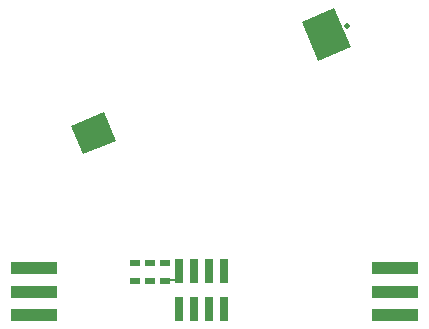
<source format=gbs>
G04 #@! TF.FileFunction,Soldermask,Bot*
%FSLAX46Y46*%
G04 Gerber Fmt 4.6, Leading zero omitted, Abs format (unit mm)*
G04 Created by KiCad (PCBNEW 4.0.0-rc2-stable) date 3/3/2016 3:46:44 PM*
%MOMM*%
G01*
G04 APERTURE LIST*
%ADD10C,0.150000*%
%ADD11R,4.000000X1.000000*%
%ADD12C,0.600000*%
%ADD13C,0.500000*%
%ADD14R,0.760000X2.000000*%
%ADD15R,0.740000X2.000000*%
%ADD16R,0.900000X0.600000*%
%ADD17R,0.900000X0.200000*%
G04 APERTURE END LIST*
D10*
D11*
X79618640Y-50192200D03*
X79618640Y-48192200D03*
X79618640Y-46192200D03*
D12*
X78618640Y-50192200D03*
X78618640Y-48192200D03*
X78618640Y-46192200D03*
D11*
X49020840Y-46192200D03*
X49020840Y-48192200D03*
X49020840Y-50192200D03*
D12*
X50020840Y-46192200D03*
X50020840Y-48192200D03*
X50020840Y-50192200D03*
D10*
G36*
X52195150Y-34186239D02*
X54956665Y-33014046D01*
X55972566Y-35407359D01*
X53211051Y-36579552D01*
X52195150Y-34186239D01*
X52195150Y-34186239D01*
G37*
G36*
X71698590Y-25364345D02*
X74460105Y-24192152D01*
X75866736Y-27505969D01*
X73105221Y-28678162D01*
X71698590Y-25364345D01*
X71698590Y-25364345D01*
G37*
D13*
X75531623Y-25692768D03*
D14*
X61279578Y-49652025D03*
X62549578Y-49652025D03*
X63819578Y-49652025D03*
X65089578Y-49652025D03*
X61279578Y-46452025D03*
X62549578Y-46452025D03*
X63819578Y-46452025D03*
D15*
X65089578Y-46452025D03*
D16*
X60084578Y-45752025D03*
X60084578Y-47252025D03*
X58834578Y-47252025D03*
X58834578Y-45752025D03*
X57584578Y-45752025D03*
X57584578Y-47252025D03*
D17*
X60734578Y-47202025D03*
M02*

</source>
